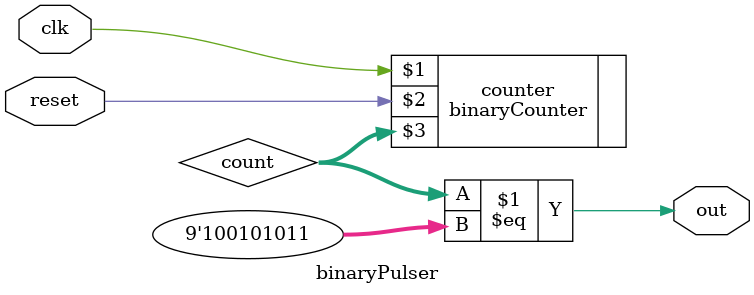
<source format=sv>
`timescale 1ns / 1ps


module binaryPulser(
    input logic clk, reset,   // clk and reset
    output logic out         // output pulse
);

    parameter TIME = 300;
    
    logic [$clog2(TIME) - 1 : 0] count;
    
    binaryCounter #(TIME) counter(clk, reset, count);
    
    assign out = (count == TIME - 1);

endmodule
</source>
